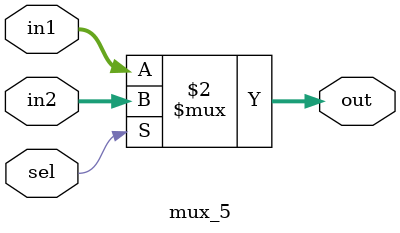
<source format=v>
`include "defines.v"

module mux_32 (in1, in2, sel, out);
  input sel;
  input [31:0] in1, in2;
  output [31:0] out;

  assign out = (sel == 0) ? in1 : in2;
endmodule // mxu

module mux_32_3input (in1, in2, in3, sel, out);
  input [31:0] in1, in2, in3;
  input [1:0] sel;
  output [31:0] out;

  assign out = (sel == 2'd0) ? in1 :
               (sel == 2'd1) ? in2 : in3;
endmodule // mux

module mux_5 (in1, in2, sel, out);
  input sel;
  input [4:0] in1, in2;
  output [4:0] out;

  assign out = (sel == 0) ? in1 : in2;
endmodule // mxu

</source>
